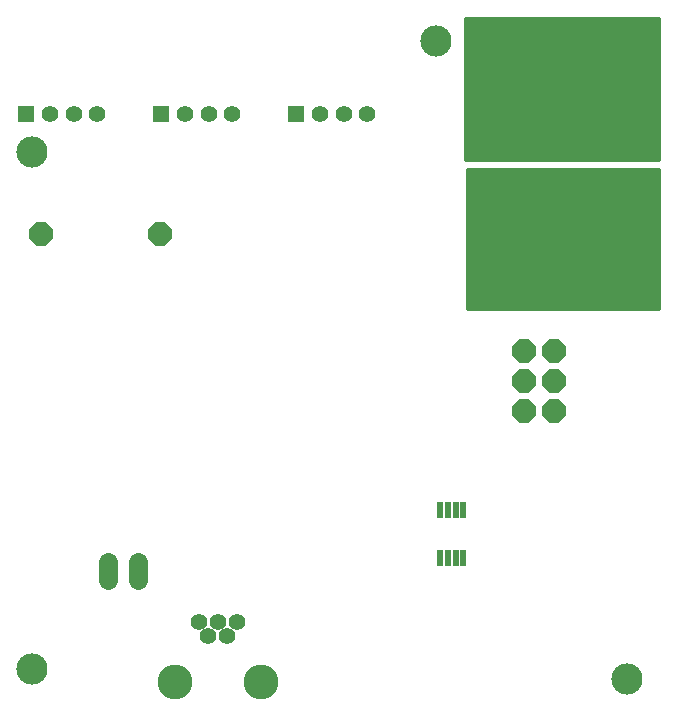
<source format=gbs>
G75*
%MOIN*%
%OFA0B0*%
%FSLAX24Y24*%
%IPPOS*%
%LPD*%
%AMOC8*
5,1,8,0,0,1.08239X$1,22.5*
%
%ADD10C,0.1040*%
%ADD11C,0.0100*%
%ADD12OC8,0.0800*%
%ADD13OC8,0.0780*%
%ADD14R,0.0217X0.0552*%
%ADD15R,0.0555X0.0555*%
%ADD16C,0.0555*%
%ADD17C,0.3583*%
%ADD18C,0.0640*%
%ADD19C,0.1162*%
D10*
X006833Y007500D03*
X006833Y024736D03*
X020312Y028417D03*
X026683Y007150D03*
D11*
X027733Y019500D02*
X021333Y019500D01*
X021333Y024150D01*
X027733Y024150D01*
X027733Y019500D01*
X027733Y019586D02*
X021333Y019586D01*
X021333Y019684D02*
X027733Y019684D01*
X027733Y019783D02*
X021333Y019783D01*
X021333Y019881D02*
X027733Y019881D01*
X027733Y019980D02*
X021333Y019980D01*
X021333Y020078D02*
X027733Y020078D01*
X027733Y020177D02*
X021333Y020177D01*
X021333Y020275D02*
X027733Y020275D01*
X027733Y020374D02*
X021333Y020374D01*
X021333Y020472D02*
X027733Y020472D01*
X027733Y020571D02*
X021333Y020571D01*
X021333Y020669D02*
X027733Y020669D01*
X027733Y020768D02*
X021333Y020768D01*
X021333Y020866D02*
X027733Y020866D01*
X027733Y020965D02*
X021333Y020965D01*
X021333Y021063D02*
X027733Y021063D01*
X027733Y021162D02*
X021333Y021162D01*
X021333Y021260D02*
X027733Y021260D01*
X027733Y021359D02*
X021333Y021359D01*
X021333Y021457D02*
X027733Y021457D01*
X027733Y021556D02*
X021333Y021556D01*
X021333Y021654D02*
X027733Y021654D01*
X027733Y021753D02*
X021333Y021753D01*
X021333Y021851D02*
X027733Y021851D01*
X027733Y021950D02*
X021333Y021950D01*
X021333Y022048D02*
X027733Y022048D01*
X027733Y022147D02*
X021333Y022147D01*
X021333Y022245D02*
X027733Y022245D01*
X027733Y022344D02*
X021333Y022344D01*
X021333Y022442D02*
X027733Y022442D01*
X027733Y022541D02*
X021333Y022541D01*
X021333Y022639D02*
X027733Y022639D01*
X027733Y022738D02*
X021333Y022738D01*
X021333Y022836D02*
X027733Y022836D01*
X027733Y022935D02*
X021333Y022935D01*
X021333Y023033D02*
X027733Y023033D01*
X027733Y023132D02*
X021333Y023132D01*
X021333Y023230D02*
X027733Y023230D01*
X027733Y023329D02*
X021333Y023329D01*
X021333Y023427D02*
X027733Y023427D01*
X027733Y023526D02*
X021333Y023526D01*
X021333Y023624D02*
X027733Y023624D01*
X027733Y023723D02*
X021333Y023723D01*
X021333Y023821D02*
X027733Y023821D01*
X027733Y023920D02*
X021333Y023920D01*
X021333Y024018D02*
X027733Y024018D01*
X027733Y024117D02*
X021333Y024117D01*
X021283Y024450D02*
X027733Y024450D01*
X027733Y029200D01*
X021283Y029200D01*
X021283Y024450D01*
X021283Y024511D02*
X027733Y024511D01*
X027733Y024609D02*
X021283Y024609D01*
X021283Y024708D02*
X027733Y024708D01*
X027733Y024806D02*
X021283Y024806D01*
X021283Y024905D02*
X027733Y024905D01*
X027733Y025003D02*
X021283Y025003D01*
X021283Y025102D02*
X027733Y025102D01*
X027733Y025200D02*
X021283Y025200D01*
X021283Y025299D02*
X027733Y025299D01*
X027733Y025397D02*
X021283Y025397D01*
X021283Y025496D02*
X027733Y025496D01*
X027733Y025594D02*
X021283Y025594D01*
X021283Y025693D02*
X027733Y025693D01*
X027733Y025791D02*
X021283Y025791D01*
X021283Y025890D02*
X027733Y025890D01*
X027733Y025988D02*
X021283Y025988D01*
X021283Y026087D02*
X027733Y026087D01*
X027733Y026185D02*
X021283Y026185D01*
X021283Y026284D02*
X027733Y026284D01*
X027733Y026382D02*
X021283Y026382D01*
X021283Y026481D02*
X027733Y026481D01*
X027733Y026579D02*
X021283Y026579D01*
X021283Y026678D02*
X027733Y026678D01*
X027733Y026776D02*
X021283Y026776D01*
X021283Y026875D02*
X027733Y026875D01*
X027733Y026973D02*
X021283Y026973D01*
X021283Y027072D02*
X027733Y027072D01*
X027733Y027170D02*
X021283Y027170D01*
X021283Y027269D02*
X027733Y027269D01*
X027733Y027367D02*
X021283Y027367D01*
X021283Y027466D02*
X027733Y027466D01*
X027733Y027564D02*
X021283Y027564D01*
X021283Y027663D02*
X027733Y027663D01*
X027733Y027761D02*
X021283Y027761D01*
X021283Y027860D02*
X027733Y027860D01*
X027733Y027958D02*
X021283Y027958D01*
X021283Y028057D02*
X027733Y028057D01*
X027733Y028155D02*
X021283Y028155D01*
X021283Y028254D02*
X027733Y028254D01*
X027733Y028352D02*
X021283Y028352D01*
X021283Y028451D02*
X027733Y028451D01*
X027733Y028549D02*
X021283Y028549D01*
X021283Y028648D02*
X027733Y028648D01*
X027733Y028746D02*
X021283Y028746D01*
X021283Y028845D02*
X027733Y028845D01*
X027733Y028943D02*
X021283Y028943D01*
X021283Y029042D02*
X027733Y029042D01*
X027733Y029140D02*
X021283Y029140D01*
D12*
X011093Y022000D03*
X007156Y022000D03*
D13*
X023233Y018100D03*
X024233Y018100D03*
X024233Y017100D03*
X023233Y017100D03*
X023233Y016100D03*
X024233Y016100D03*
D14*
X021217Y012807D03*
X020961Y012807D03*
X020705Y012807D03*
X020449Y012807D03*
X020449Y011193D03*
X020705Y011193D03*
X020961Y011193D03*
X021217Y011193D03*
D15*
X015652Y026000D03*
X011152Y026000D03*
X006652Y026000D03*
D16*
X007440Y026000D03*
X008227Y026000D03*
X009014Y026000D03*
X011940Y026000D03*
X012727Y026000D03*
X013514Y026000D03*
X016440Y026000D03*
X017227Y026000D03*
X018014Y026000D03*
X013663Y009058D03*
X013348Y008585D03*
X013033Y009058D03*
X012718Y008585D03*
X012403Y009058D03*
D17*
X024231Y021354D03*
X024231Y027260D03*
D18*
X010367Y011071D02*
X010367Y010471D01*
X009367Y010471D02*
X009367Y011071D01*
D19*
X011596Y007050D03*
X014470Y007050D03*
M02*

</source>
